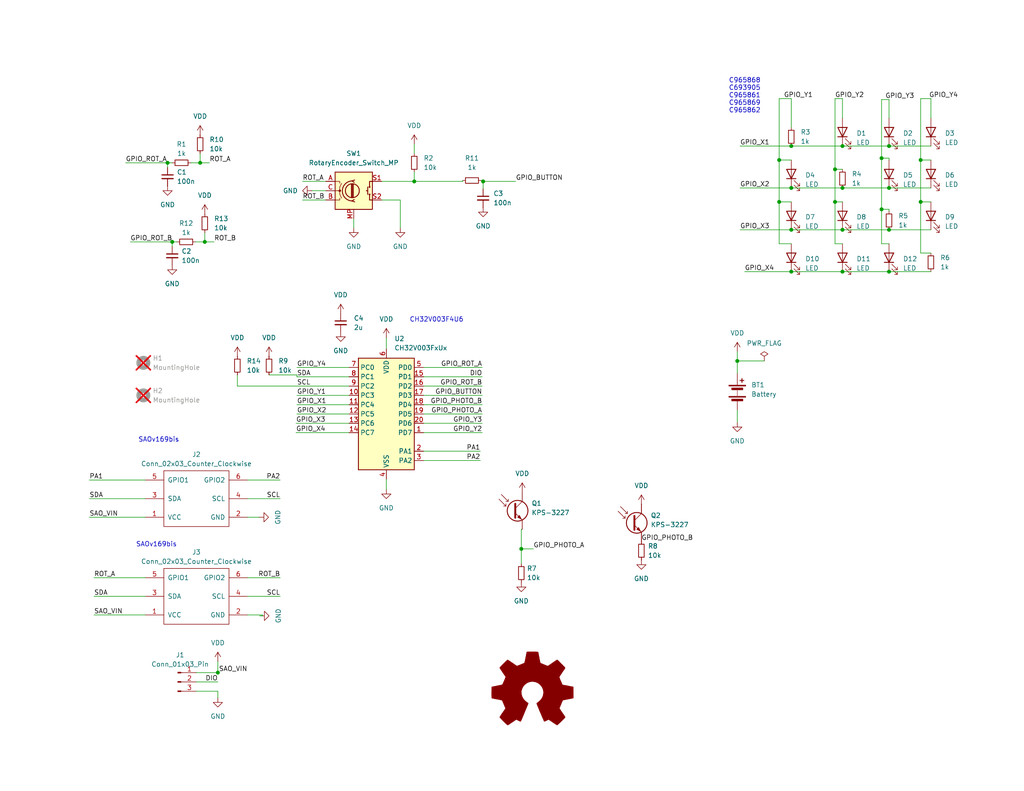
<source format=kicad_sch>
(kicad_sch (version 20231120) (generator "eeschema") (generator_version "8.0")
  (paper "USLetter")
  (title_block (date "2025-01-26"))
  (lib_symbols
    (symbol "Connector:Conn_01x03_Pin" (pin_names (offset 1.016) hide)
      (property "Reference" "J" (at 0 5.08 0))
      (property "Value" "Conn_01x03_Pin" (at 0 -5.08 0))
      (symbol "Conn_01x03_Pin_1_1"
        (polyline (pts (xy 1.27 -2.54) (xy 0.8636 -2.54)) (stroke (width 0.1524)))
        (polyline (pts (xy 1.27 0) (xy 0.8636 0)) (stroke (width 0.1524)))
        (polyline (pts (xy 1.27 2.54) (xy 0.8636 2.54)) (stroke (width 0.1524)))
        (rectangle (start 0.8636 -2.413) (end 0 -2.667) (stroke (width 0.1524)) (fill (type outline)))
        (rectangle (start 0.8636 0.127) (end 0 -0.127) (stroke (width 0.1524)) (fill (type outline)))
        (rectangle (start 0.8636 2.667) (end 0 2.413) (stroke (width 0.1524)) (fill (type outline)))
        (pin passive line (at 5.08 2.54 180) (length 3.81) (name "Pin_1") (number "1"))
        (pin passive line (at 5.08 0 180) (length 3.81) (name "Pin_2") (number "2"))
        (pin passive line (at 5.08 -2.54 180) (length 3.81) (name "Pin_3") (number "3"))
      )
    )
    (symbol "Device:Battery" (pin_numbers hide) (pin_names (offset 0) hide)
      (property "Reference" "BT" (at 2.54 2.54 0))
      (property "Value" "Battery" (at 2.54 0 0))
      (symbol "Battery_0_1"
        (rectangle (start -2.286 -1.27) (end 2.286 -1.524) (fill (type outline)))
        (rectangle (start -2.286 1.778) (end 2.286 1.524) (fill (type outline)))
        (rectangle (start -1.524 -2.032) (end 1.524 -2.54) (fill (type outline)))
        (rectangle (start -1.524 1.016) (end 1.524 0.508) (fill (type outline)))
        (polyline (pts (xy 0 -1.016) (xy 0 -0.762)))
        (polyline (pts (xy 0 -0.508) (xy 0 -0.254)))
        (polyline (pts (xy 0 0) (xy 0 0.254)))
        (polyline (pts (xy 0 1.778) (xy 0 2.54)))
        (polyline (pts (xy 0.762 3.048) (xy 1.778 3.048)) (stroke (width 0.254)))
        (polyline (pts (xy 1.27 3.556) (xy 1.27 2.54)) (stroke (width 0.254)))
      )
      (symbol "Battery_1_1"
        (pin passive line (at 0 5.08 270) (length 2.54) (name "+") (number "1"))
        (pin passive line (at 0 -5.08 90) (length 2.54) (name "-") (number "2"))
      )
    )
    (symbol "Device:C_Small" (pin_numbers hide) (pin_names (offset 0.254) hide)
      (property "Reference" "C" (at 0.254 1.778 0))
      (property "Value" "C_Small" (at 0.254 -2.032 0))
      (symbol "C_Small_0_1"
        (polyline (pts (xy -1.524 -0.508) (xy 1.524 -0.508)) (stroke (width 0.3302)))
        (polyline (pts (xy -1.524 0.508) (xy 1.524 0.508)) (stroke (width 0.3048)))
      )
      (symbol "C_Small_1_1"
        (pin passive line (at 0 2.54 270) (length 2.032) (name "~") (number "1"))
        (pin passive line (at 0 -2.54 90) (length 2.032) (name "~") (number "2"))
      )
    )
    (symbol "Device:LED" (pin_numbers hide) (pin_names (offset 1.016) hide)
      (property "Reference" "D" (at 0 2.54 0))
      (property "Value" "LED" (at 0 -2.54 0))
      (symbol "LED_0_1"
        (polyline (pts (xy -1.27 -1.27) (xy -1.27 1.27)) (stroke (width 0.254)))
        (polyline (pts (xy -1.27 0) (xy 1.27 0)))
        (polyline (pts (xy 1.27 -1.27) (xy 1.27 1.27) (xy -1.27 0) (xy 1.27 -1.27)) (stroke (width 0.254)))
        (polyline (pts (xy -3.048 -0.762) (xy -4.572 -2.286) (xy -3.81 -2.286) (xy -4.572 -2.286) (xy -4.572 -1.524)))
        (polyline (pts (xy -1.778 -0.762) (xy -3.302 -2.286) (xy -2.54 -2.286) (xy -3.302 -2.286) (xy -3.302 -1.524)))
      )
      (symbol "LED_1_1"
        (pin passive line (at -3.81 0 0) (length 2.54) (name "K") (number "1"))
        (pin passive line (at 3.81 0 180) (length 2.54) (name "A") (number "2"))
      )
    )
    (symbol "Device:R_Small" (pin_numbers hide) (pin_names (offset 0.254) hide)
      (property "Reference" "R" (at 0.762 0.508 0))
      (property "Value" "R_Small" (at 0.762 -1.016 0))
      (symbol "R_Small_0_1"
        (rectangle (start -0.762 1.778) (end 0.762 -1.778) (stroke (width 0.2032)))
      )
      (symbol "R_Small_1_1"
        (pin passive line (at 0 2.54 270) (length 0.762) (name "~") (number "1"))
        (pin passive line (at 0 -2.54 90) (length 0.762) (name "~") (number "2"))
      )
    )
    (symbol "Device:RotaryEncoder_Switch_MP" (pin_names (offset 0.254) hide)
      (property "Reference" "SW" (at 0 8.89 0))
      (property "Value" "RotaryEncoder_Switch_MP" (at 0 6.35 0))
      (symbol "RotaryEncoder_Switch_MP_0_1"
        (rectangle (start -5.08 5.08) (end 5.08 -5.08) (stroke (width 0.254)) (fill (type background)))
        (circle (center -3.81 0) (radius 0.254) (fill (type outline)))
        (circle (center -0.381 0) (radius 1.905) (stroke (width 0.254)))
        (arc (start -0.381 2.667) (mid -3.0988 -0.0635) (end -0.381 -2.794) (stroke (width 0.254)))
        (polyline (pts (xy -0.635 -1.778) (xy -0.635 1.778)) (stroke (width 0.254)))
        (polyline (pts (xy -0.381 -1.778) (xy -0.381 1.778)) (stroke (width 0.254)))
        (polyline (pts (xy -0.127 1.778) (xy -0.127 -1.778)) (stroke (width 0.254)))
        (polyline (pts (xy 3.81 0) (xy 3.429 0)) (stroke (width 0.254)))
        (polyline (pts (xy 3.81 1.016) (xy 3.81 -1.016)) (stroke (width 0.254)))
        (polyline (pts (xy -5.08 -2.54) (xy -3.81 -2.54) (xy -3.81 -2.032)))
        (polyline (pts (xy -5.08 2.54) (xy -3.81 2.54) (xy -3.81 2.032)))
        (polyline (pts (xy 0.254 -3.048) (xy -0.508 -2.794) (xy 0.127 -2.413)) (stroke (width 0.254)))
        (polyline (pts (xy 0.254 2.921) (xy -0.508 2.667) (xy 0.127 2.286)) (stroke (width 0.254)))
        (polyline (pts (xy 5.08 -2.54) (xy 4.318 -2.54) (xy 4.318 -1.016)) (stroke (width 0.254)))
        (polyline (pts (xy 5.08 2.54) (xy 4.318 2.54) (xy 4.318 1.016)) (stroke (width 0.254)))
        (polyline (pts (xy -5.08 0) (xy -3.81 0) (xy -3.81 -1.016) (xy -3.302 -2.032)))
        (polyline (pts (xy -4.318 0) (xy -3.81 0) (xy -3.81 1.016) (xy -3.302 2.032)))
        (circle (center 4.318 -1.016) (radius 0.127) (stroke (width 0.254)))
        (circle (center 4.318 1.016) (radius 0.127) (stroke (width 0.254)))
      )
      (symbol "RotaryEncoder_Switch_MP_1_1"
        (pin passive line (at -7.62 2.54 0) (length 2.54) (name "A") (number "A"))
        (pin passive line (at -7.62 -2.54 0) (length 2.54) (name "B") (number "B"))
        (pin passive line (at -7.62 0 0) (length 2.54) (name "C") (number "C"))
        (pin passive line (at 0 -7.62 90) (length 2.54) (name "MP") (number "MP"))
        (pin passive line (at 7.62 2.54 180) (length 2.54) (name "S1") (number "S1"))
        (pin passive line (at 7.62 -2.54 180) (length 2.54) (name "S2") (number "S2"))
      )
    )
    (symbol "Graphic:Logo_Open_Hardware_Large" (in_bom no) (on_board no)
      (symbol "Logo_Open_Hardware_Large_1_1"
        (polyline (pts (xy 6.731 -8.7122) (xy 6.6294 -8.6614) (xy 6.35 -8.4836) (xy 5.9944 -8.255) (xy 5.5372 -7.9502) (xy 5.1054 -7.6454) (xy 4.7498 -7.4168) (xy 4.4958 -7.239) (xy 4.3942 -7.1882) (xy 4.318 -7.2136) (xy 4.1148 -7.3152) (xy 3.81 -7.4676) (xy 3.6322 -7.5692) (xy 3.3528 -7.6708) (xy 3.2258 -7.6962) (xy 3.2004 -7.6708) (xy 3.0988 -7.4676) (xy 2.9464 -7.0866) (xy 2.7178 -6.604) (xy 2.4892 -6.0452) (xy 2.2352 -5.4356) (xy 1.9558 -4.826) (xy 1.7272 -4.2164) (xy 1.4986 -3.683) (xy 1.3208 -3.2512) (xy 1.2192 -2.9464) (xy 1.1684 -2.8194) (xy 1.1938 -2.794) (xy 1.3208 -2.667) (xy 1.5748 -2.4892) (xy 2.0828 -2.0574) (xy 2.6162 -1.397) (xy 2.921 -0.6604) (xy 3.048 0.1524) (xy 2.9464 0.9144) (xy 2.6416 1.6256) (xy 2.1336 2.286) (xy 1.524 2.7686) (xy 0.8128 3.0734) (xy 0 3.175) (xy -0.762 3.0988) (xy -1.4986 2.794) (xy -2.159 2.286) (xy -2.4384 1.9812) (xy -2.8194 1.3208) (xy -3.048 0.6096) (xy -3.0734 0.4318) (xy -3.0226 -0.3556) (xy -2.794 -1.0922) (xy -2.3876 -1.7526) (xy -1.8288 -2.3114) (xy -1.7526 -2.3622) (xy -1.4732 -2.5654) (xy -1.2954 -2.6924) (xy -1.1684 -2.8194) (xy -2.159 -5.207) (xy -2.3114 -5.588) (xy -2.5908 -6.2484) (xy -2.8194 -6.8072) (xy -3.0226 -7.2644) (xy -3.1496 -7.5692) (xy -3.2258 -7.6708) (xy -3.2258 -7.6962) (xy -3.302 -7.6962) (xy -3.4798 -7.6454) (xy -3.8354 -7.4676) (xy -4.0386 -7.366) (xy -4.2926 -7.239) (xy -4.4196 -7.1882) (xy -4.5212 -7.239) (xy -4.7498 -7.3914) (xy -5.1054 -7.6454) (xy -5.5372 -7.9248) (xy -5.9436 -8.2042) (xy -6.3246 -8.4582) (xy -6.604 -8.636) (xy -6.731 -8.7122) (xy -6.7564 -8.7122) (xy -6.858 -8.636) (xy -7.0866 -8.4582) (xy -7.4168 -8.1534) (xy -7.874 -7.6962) (xy -7.9502 -7.62) (xy -8.3312 -7.239) (xy -8.636 -6.9088) (xy -8.8392 -6.6802) (xy -8.9154 -6.5786) (xy -8.9154 -6.5786) (xy -8.8392 -6.4516) (xy -8.6614 -6.1722) (xy -8.4328 -5.7912) (xy -8.128 -5.3594) (xy -7.3152 -4.191) (xy -7.7724 -3.0988) (xy -7.8994 -2.7686) (xy -8.0772 -2.3622) (xy -8.2042 -2.0828) (xy -8.255 -1.9558) (xy -8.382 -1.905) (xy -8.6614 -1.8542) (xy -9.0932 -1.7526) (xy -9.6266 -1.651) (xy -10.1092 -1.5748) (xy -10.541 -1.4732) (xy -10.8712 -1.4224) (xy -11.0236 -1.397) (xy -11.049 -1.3716) (xy -11.0744 -1.2954) (xy -11.0998 -1.143) (xy -11.0998 -0.889) (xy -11.1252 -0.4572) (xy -11.1252 0.1524) (xy -11.1252 0.2286) (xy -11.0998 0.8128) (xy -11.0998 1.27) (xy -11.0744 1.5494) (xy -11.0744 1.6764) (xy -11.0744 1.6764) (xy -10.922 1.7018) (xy -10.6172 1.778) (xy -10.16 1.8542) (xy -9.652 1.9558) (xy -9.6012 1.9812) (xy -9.0932 2.0828) (xy -8.636 2.159) (xy -8.3312 2.2352) (xy -8.2042 2.286) (xy -8.1788 2.3114) (xy -8.0772 2.5146) (xy -7.9248 2.8448) (xy -7.747 3.2512) (xy -7.5692 3.6576) (xy -7.4168 4.0386) (xy -7.3152 4.318) (xy -7.2898 4.445) (xy -7.2898 4.445) (xy -7.366 4.572) (xy -7.5438 4.826) (xy -7.7978 5.207) (xy -8.128 5.6642) (xy -8.128 5.6896) (xy -8.4328 6.1468) (xy -8.6868 6.5278) (xy -8.8392 6.7818) (xy -8.9154 6.9088) (xy -8.9154 6.9088) (xy -8.8138 7.0358) (xy -8.5852 7.2898) (xy -8.255 7.6454) (xy -7.874 8.0264) (xy -7.747 8.1534) (xy -7.3152 8.5852) (xy -7.0104 8.8646) (xy -6.8326 8.9916) (xy -6.731 9.0424) (xy -6.731 9.0424) (xy -6.604 8.9408) (xy -6.3246 8.763) (xy -5.9436 8.509) (xy -5.4864 8.2042) (xy -5.461 8.1788) (xy -5.0038 7.874) (xy -4.6482 7.62) (xy -4.3688 7.4422) (xy -4.2672 7.3914) (xy -4.2418 7.3914) (xy -4.064 7.4422) (xy -3.7338 7.5438) (xy -3.3528 7.6962) (xy -2.9464 7.874) (xy -2.5654 8.0264) (xy -2.286 8.1534) (xy -2.159 8.2296) (xy -2.159 8.2296) (xy -2.1082 8.382) (xy -2.032 8.7122) (xy -1.9304 9.1694) (xy -1.8288 9.7282) (xy -1.8034 9.8044) (xy -1.7018 10.3378) (xy -1.6256 10.7696) (xy -1.5748 11.0744) (xy -1.524 11.2014) (xy -1.4478 11.2268) (xy -1.1938 11.2522) (xy -0.8128 11.2522) (xy -0.3302 11.2522) (xy 0.1524 11.2522) (xy 0.6604 11.2522) (xy 1.0668 11.2268) (xy 1.3716 11.2014) (xy 1.4986 11.176) (xy 1.4986 11.176) (xy 1.5494 11.0236) (xy 1.6256 10.6934) (xy 1.7018 10.2108) (xy 1.8288 9.6774) (xy 1.8288 9.5758) (xy 1.9304 9.0424) (xy 2.032 8.6106) (xy 2.0828 8.3058) (xy 2.1336 8.2042) (xy 2.159 8.1788) (xy 2.3876 8.0772) (xy 2.7432 7.9248) (xy 3.175 7.747) (xy 4.191 7.3406) (xy 5.461 8.2042) (xy 5.5626 8.2804) (xy 6.0198 8.5852) (xy 6.3754 8.8392) (xy 6.6294 8.9916) (xy 6.7564 9.0424) (xy 6.7564 9.0424) (xy 6.8834 8.9408) (xy 7.1374 8.7122) (xy 7.4676 8.382) (xy 7.8486 7.9756) (xy 8.1534 7.6962) (xy 8.4836 7.3406) (xy 8.7122 7.112) (xy 8.8392 6.9596) (xy 8.8646 6.858) (xy 8.8646 6.8072) (xy 8.7884 6.6802) (xy 8.6106 6.4008) (xy 8.3312 6.0198) (xy 8.0264 5.588) (xy 7.7978 5.207) (xy 7.5184 4.8006) (xy 7.3406 4.4958) (xy 7.2898 4.3434) (xy 7.2898 4.2926) (xy 7.3914 4.0386) (xy 7.5184 3.683) (xy 7.7216 3.2258) (xy 8.1534 2.2352) (xy 8.7884 2.1082) (xy 9.1948 2.0574) (xy 9.7536 1.9304) (xy 10.2616 1.8288) (xy 11.0998 1.6764) (xy 11.1252 -1.3208) (xy 10.9982 -1.3716) (xy 10.8712 -1.397) (xy 10.5664 -1.4732) (xy 10.1346 -1.5494) (xy 9.6266 -1.651) (xy 9.1948 -1.7272) (xy 8.7376 -1.8288) (xy 8.4328 -1.8796) (xy 8.2804 -1.905) (xy 8.255 -1.9558) (xy 8.1534 -2.159) (xy 7.9756 -2.5146) (xy 7.8232 -2.921) (xy 7.6454 -3.3274) (xy 7.493 -3.7338) (xy 7.366 -4.0132) (xy 7.3406 -4.191) (xy 7.3914 -4.2926) (xy 7.5692 -4.5466) (xy 7.7978 -4.9276) (xy 8.1026 -5.3594) (xy 8.4074 -5.7912) (xy 8.6614 -6.1722) (xy 8.8138 -6.4262) (xy 8.89 -6.5532) (xy 8.8646 -6.6548) (xy 8.6868 -6.858) (xy 8.3566 -7.1882) (xy 7.874 -7.6708) (xy 7.7978 -7.747) (xy 7.3914 -8.128) (xy 7.0612 -8.4328) (xy 6.8326 -8.636) (xy 6.731 -8.7122)) (fill (type outline)))
      )
    )
    (symbol "MCU_WCH_CH32V0:CH32V003FxUx"
      (property "Reference" "U" (at -7.62 17.78 0))
      (property "Value" "CH32V003FxUx" (at 7.62 17.78 0))
      (symbol "CH32V003FxUx_1_1"
        (rectangle (start -7.62 15.24) (end 7.62 -15.24) (stroke (width 0.254)) (fill (type background)))
        (pin bidirectional line (at 10.16 -5.08 180) (length 2.54) (name "PD7") (number "1"))
        (pin bidirectional line (at -10.16 5.08 0) (length 2.54) (name "PC3") (number "10"))
        (pin bidirectional line (at -10.16 2.54 0) (length 2.54) (name "PC4") (number "11"))
        (pin bidirectional line (at -10.16 0 0) (length 2.54) (name "PC5") (number "12"))
        (pin bidirectional line (at -10.16 -2.54 0) (length 2.54) (name "PC6") (number "13"))
        (pin bidirectional line (at -10.16 -5.08 0) (length 2.54) (name "PC7") (number "14"))
        (pin bidirectional line (at 10.16 10.16 180) (length 2.54) (name "PD1") (number "15"))
        (pin bidirectional line (at 10.16 7.62 180) (length 2.54) (name "PD2") (number "16"))
        (pin bidirectional line (at 10.16 5.08 180) (length 2.54) (name "PD3") (number "17"))
        (pin bidirectional line (at 10.16 2.54 180) (length 2.54) (name "PD4") (number "18"))
        (pin bidirectional line (at 10.16 0 180) (length 2.54) (name "PD5") (number "19"))
        (pin bidirectional line (at 10.16 -10.16 180) (length 2.54) (name "PA1") (number "2"))
        (pin bidirectional line (at 10.16 -2.54 180) (length 2.54) (name "PD6") (number "20"))
        (pin passive line (at 0 -17.78 90) (length 2.54) hide (name "VSS") (number "21"))
        (pin bidirectional line (at 10.16 -12.7 180) (length 2.54) (name "PA2") (number "3"))
        (pin power_in line (at 0 -17.78 90) (length 2.54) (name "VSS") (number "4"))
        (pin bidirectional line (at 10.16 12.7 180) (length 2.54) (name "PD0") (number "5"))
        (pin power_in line (at 0 17.78 270) (length 2.54) (name "VDD") (number "6"))
        (pin bidirectional line (at -10.16 12.7 0) (length 2.54) (name "PC0") (number "7"))
        (pin bidirectional line (at -10.16 10.16 0) (length 2.54) (name "PC1") (number "8"))
        (pin bidirectional line (at -10.16 7.62 0) (length 2.54) (name "PC2") (number "9"))
      )
    )
    (symbol "Mechanical:MountingHole" (pin_names (offset 1.016))
      (property "Reference" "H" (at 0 5.08 0))
      (property "Value" "MountingHole" (at 0 3.175 0))
      (symbol "MountingHole_0_1"
        (circle (center 0 0) (radius 1.27) (stroke (width 1.27)))
      )
    )
    (symbol "Sensor_Optical:KPS-3227" (pin_numbers hide)
      (property "Reference" "Q" (at 3.81 1.27 0))
      (property "Value" "KPS-3227" (at 7.62 -1.27 0))
      (symbol "KPS-3227_1_1"
        (circle (center -1.27 0) (radius 2.8194) (stroke (width 0.254)))
        (polyline (pts (xy -4.445 1.27) (xy -5.08 1.27)))
        (polyline (pts (xy -3.81 2.54) (xy -4.445 2.54)))
        (polyline (pts (xy -1.905 0.635) (xy 0 2.54)))
        (polyline (pts (xy -6.35 3.175) (xy -4.445 1.27) (xy -4.445 1.905)))
        (polyline (pts (xy -5.715 4.445) (xy -3.81 2.54) (xy -3.81 3.175)))
        (polyline (pts (xy -1.905 -0.635) (xy 0 -2.54) (xy 0 -2.54)))
        (polyline (pts (xy -1.905 1.905) (xy -1.905 -1.905) (xy -1.905 -1.905)) (stroke (width 0.508)))
        (polyline (pts (xy -1.27 -1.778) (xy -0.762 -1.27) (xy -0.254 -2.286) (xy -1.27 -1.778) (xy -1.27 -1.778)) (fill (type outline)))
        (pin passive line (at 0 5.08 270) (length 2.54) (name "~") (number "1"))
        (pin passive line (at 0 -5.08 90) (length 2.54) (name "~") (number "2"))
        (pin passive line (at 0 5.08 270) (length 2.54) hide (name "~") (number "3"))
        (pin passive line (at 0 -5.08 90) (length 2.54) hide (name "~") (number "4"))
      )
    )
    (symbol "Simple_Addon_v2:Simple_Addon_v2" (pin_names (offset 1.016))
      (property "Reference" "X" (at 0 0 0))
      (property "Value" "Simple_Addon_v2" (at 0 20.32 0))
      (symbol "Simple_Addon_v2_0_1"
        (rectangle (start -7.62 8.89) (end 7.62 -8.89))
      )
      (symbol "Simple_Addon_v2_1_1"
        (pin input line (at -5.08 13.97 270) (length 5.08) (name "VCC") (number "1"))
        (pin input line (at -5.08 -13.97 90) (length 5.08) (name "GND") (number "2"))
        (pin input line (at 0 13.97 270) (length 5.08) (name "SDA") (number "3"))
        (pin input line (at 0 -13.97 90) (length 5.08) (name "SCL") (number "4"))
        (pin input line (at 5.08 13.97 270) (length 5.08) (name "GPIO1") (number "5"))
        (pin input line (at 5.08 -13.97 90) (length 5.08) (name "GPIO2") (number "6"))
      )
    )
    (symbol "power:GND" (power) (pin_numbers hide) (pin_names (offset 0) hide)
      (property "Value" "GND" (at 0 -3.81 0))
      (symbol "GND_0_1"
        (polyline (pts (xy 0 0) (xy 0 -1.27) (xy 1.27 -1.27) (xy 0 -2.54) (xy -1.27 -1.27) (xy 0 -1.27)))
      )
      (symbol "GND_1_1"
        (pin power_in line (at 0 0 270) (length 0) (name "~") (number "1"))
      )
    )
    (symbol "power:PWR_FLAG" (power) (pin_numbers hide) (pin_names (offset 0) hide)
      (property "Value" "PWR_FLAG" (at 0 3.81 0))
      (symbol "PWR_FLAG_0_0"
        (pin power_out line (at 0 0 90) (length 0) (name "~") (number "1"))
      )
      (symbol "PWR_FLAG_0_1"
        (polyline (pts (xy 0 0) (xy 0 1.27) (xy -1.016 1.905) (xy 0 2.54) (xy 1.016 1.905) (xy 0 1.27)))
      )
    )
    (symbol "power:VDD" (power) (pin_numbers hide) (pin_names (offset 0) hide)
      (property "Value" "VDD" (at 0 3.556 0))
      (symbol "VDD_0_1"
        (polyline (pts (xy -0.762 1.27) (xy 0 2.54)))
        (polyline (pts (xy 0 0) (xy 0 2.54)))
        (polyline (pts (xy 0 2.54) (xy 0.762 1.27)))
      )
      (symbol "VDD_1_1"
        (pin power_in line (at 0 0 90) (length 0) (name "~") (number "1"))
      )
    )
  )
  (junction (at 215.9 74.168))
  (junction (at 229.87 62.738))
  (junction (at 240.538 43.18))
  (junction (at 242.57 51.308))
  (junction (at 229.87 39.878))
  (junction (at 212.598 55.118))
  (junction (at 242.57 62.738))
  (junction (at 227.838 55.118))
  (junction (at 242.57 39.878))
  (junction (at 242.57 74.168))
  (junction (at 215.9 62.738))
  (junction (at 46.99 66.04))
  (junction (at 251.206 55.118))
  (junction (at 229.87 51.308))
  (junction (at 55.88 66.04))
  (junction (at 142.24 149.86))
  (junction (at 131.826 49.53))
  (junction (at 54.61 44.45))
  (junction (at 45.72 44.45))
  (junction (at 229.87 74.168))
  (junction (at 113.03 49.53))
  (junction (at 215.9 51.308))
  (junction (at 212.598 43.688))
  (junction (at 215.9 39.878))
  (junction (at 251.206 43.688))
  (junction (at 240.538 57.15))
  (junction (at 59.436 183.642))
  (junction (at 227.838 46.228))
  (junction (at 201.168 98.552))
  (wire (pts (xy 131.318 49.276) (xy 131.826 49.276)))
  (wire (pts (xy 95.25 100.33) (xy 81.026 100.33)))
  (wire (pts (xy 115.57 102.87) (xy 131.572 102.87)))
  (wire (pts (xy 67.564 136.144) (xy 76.454 136.144)))
  (wire (pts (xy 59.436 188.722) (xy 59.436 190.5)))
  (wire (pts (xy 251.206 55.118) (xy 251.206 43.688)))
  (wire (pts (xy 113.03 49.53) (xy 113.03 46.99)))
  (wire (pts (xy 227.838 66.548) (xy 227.838 55.118)))
  (wire (pts (xy 95.25 107.95) (xy 81.026 107.95)))
  (wire (pts (xy 131.826 49.276) (xy 131.826 49.53)))
  (wire (pts (xy 212.598 55.118) (xy 212.598 43.688)))
  (wire (pts (xy 215.9 62.738) (xy 229.87 62.738)))
  (wire (pts (xy 131.572 113.03) (xy 115.57 113.03)))
  (wire (pts (xy 229.87 74.168) (xy 242.57 74.168)))
  (wire (pts (xy 215.9 55.118) (xy 212.598 55.118)))
  (wire (pts (xy 113.03 49.53) (xy 126.238 49.53)))
  (wire (pts (xy 215.9 51.308) (xy 229.87 51.308)))
  (wire (pts (xy 215.9 39.878) (xy 229.87 39.878)))
  (wire (pts (xy 215.9 66.548) (xy 212.598 66.548)))
  (wire (pts (xy 201.168 115.316) (xy 201.168 112.014)))
  (wire (pts (xy 240.538 27.178) (xy 242.57 27.178)))
  (wire (pts (xy 67.564 141.224) (xy 70.739 141.224)))
  (wire (pts (xy 240.538 57.15) (xy 240.538 43.18)))
  (wire (pts (xy 71.628 168.148) (xy 71.628 167.894)))
  (wire (pts (xy 34.29 44.45) (xy 45.72 44.45)))
  (wire (pts (xy 215.9 74.168) (xy 229.87 74.168)))
  (wire (pts (xy 115.57 115.57) (xy 131.572 115.57)))
  (wire (pts (xy 242.57 57.15) (xy 240.538 57.15)))
  (wire (pts (xy 82.55 54.61) (xy 88.9 54.61)))
  (wire (pts (xy 227.838 55.118) (xy 227.838 46.228)))
  (wire (pts (xy 229.87 39.878) (xy 242.57 39.878)))
  (wire (pts (xy 142.24 149.86) (xy 142.24 153.924)))
  (wire (pts (xy 242.57 62.738) (xy 254 62.738)))
  (wire (pts (xy 67.564 162.814) (xy 76.454 162.814)))
  (wire (pts (xy 64.77 105.41) (xy 64.77 102.362)))
  (wire (pts (xy 126.238 49.53) (xy 126.238 49.276)))
  (wire (pts (xy 142.24 144.526) (xy 142.24 149.86)))
  (wire (pts (xy 95.25 118.11) (xy 80.772 118.11)))
  (wire (pts (xy 131.572 100.33) (xy 115.57 100.33)))
  (wire (pts (xy 251.206 43.688) (xy 251.206 26.924)))
  (wire (pts (xy 24.384 131.064) (xy 39.624 131.064)))
  (wire (pts (xy 81.026 102.362) (xy 81.026 102.87)))
  (wire (pts (xy 59.436 183.642) (xy 59.69 183.642)))
  (wire (pts (xy 254 43.688) (xy 251.206 43.688)))
  (wire (pts (xy 212.598 43.688) (xy 212.598 26.924)))
  (wire (pts (xy 212.598 66.548) (xy 212.598 55.118)))
  (wire (pts (xy 104.14 54.61) (xy 109.22 54.61)))
  (wire (pts (xy 95.25 115.57) (xy 80.772 115.57)))
  (wire (pts (xy 95.25 102.87) (xy 81.026 102.87)))
  (wire (pts (xy 240.538 43.18) (xy 240.538 27.178)))
  (wire (pts (xy 104.14 49.53) (xy 113.03 49.53)))
  (wire (pts (xy 131.572 118.11) (xy 115.57 118.11)))
  (wire (pts (xy 227.838 46.228) (xy 227.838 26.924)))
  (wire (pts (xy 201.168 101.854) (xy 201.168 98.552)))
  (wire (pts (xy 95.25 113.03) (xy 81.026 113.03)))
  (wire (pts (xy 115.57 105.41) (xy 131.572 105.41)))
  (wire (pts (xy 59.436 180.594) (xy 59.436 183.642)))
  (wire (pts (xy 242.57 66.548) (xy 240.538 66.548)))
  (wire (pts (xy 229.87 66.548) (xy 227.838 66.548)))
  (wire (pts (xy 59.436 186.182) (xy 53.594 186.182)))
  (wire (pts (xy 85.09 52.07) (xy 88.9 52.07)))
  (wire (pts (xy 67.564 131.064) (xy 76.454 131.064)))
  (wire (pts (xy 73.406 102.362) (xy 81.026 102.362)))
  (wire (pts (xy 254 32.258) (xy 254 26.924)))
  (wire (pts (xy 242.57 74.168) (xy 254 74.168)))
  (wire (pts (xy 67.564 157.734) (xy 76.454 157.734)))
  (wire (pts (xy 53.34 66.04) (xy 55.88 66.04)))
  (wire (pts (xy 227.838 26.924) (xy 229.87 26.924)))
  (wire (pts (xy 242.57 57.658) (xy 242.57 57.15)))
  (wire (pts (xy 201.168 96.012) (xy 201.168 98.552)))
  (wire (pts (xy 57.15 44.45) (xy 54.61 44.45)))
  (wire (pts (xy 45.72 45.72) (xy 45.72 44.45)))
  (wire (pts (xy 25.654 167.894) (xy 39.624 167.894)))
  (wire (pts (xy 215.9 26.924) (xy 215.9 34.798)))
  (wire (pts (xy 113.03 39.37) (xy 113.03 41.91)))
  (wire (pts (xy 71.628 167.894) (xy 67.564 167.894)))
  (wire (pts (xy 242.57 39.878) (xy 254 39.878)))
  (wire (pts (xy 201.168 98.552) (xy 208.534 98.552)))
  (wire (pts (xy 229.87 51.308) (xy 242.57 51.308)))
  (wire (pts (xy 201.93 39.878) (xy 215.9 39.878)))
  (wire (pts (xy 201.93 51.308) (xy 215.9 51.308)))
  (wire (pts (xy 212.598 26.924) (xy 215.9 26.924)))
  (wire (pts (xy 242.57 51.308) (xy 254 51.308)))
  (wire (pts (xy 53.594 188.722) (xy 59.436 188.722)))
  (wire (pts (xy 24.384 136.144) (xy 39.624 136.144)))
  (wire (pts (xy 254 55.118) (xy 251.206 55.118)))
  (wire (pts (xy 242.57 27.178) (xy 242.57 32.258)))
  (wire (pts (xy 251.206 69.088) (xy 251.206 55.118)))
  (wire (pts (xy 140.716 49.53) (xy 131.826 49.53)))
  (wire (pts (xy 46.99 66.04) (xy 48.26 66.04)))
  (wire (pts (xy 64.77 105.41) (xy 95.25 105.41)))
  (wire (pts (xy 24.384 141.224) (xy 39.624 141.224)))
  (wire (pts (xy 242.57 43.688) (xy 242.57 43.18)))
  (wire (pts (xy 105.41 130.81) (xy 105.41 133.604)))
  (wire (pts (xy 251.206 26.924) (xy 254 26.924)))
  (wire (pts (xy 145.542 149.86) (xy 142.24 149.86)))
  (wire (pts (xy 131.572 107.95) (xy 115.57 107.95)))
  (wire (pts (xy 203.2 74.168) (xy 215.9 74.168)))
  (wire (pts (xy 142.24 144.526) (xy 142.494 144.526)))
  (wire (pts (xy 215.9 43.688) (xy 212.598 43.688)))
  (wire (pts (xy 240.538 66.548) (xy 240.538 57.15)))
  (wire (pts (xy 54.61 44.45) (xy 54.61 41.91)))
  (wire (pts (xy 131.826 49.53) (xy 131.826 51.562)))
  (wire (pts (xy 55.88 66.04) (xy 55.88 63.5)))
  (wire (pts (xy 201.93 62.738) (xy 215.9 62.738)))
  (wire (pts (xy 109.22 54.61) (xy 109.22 62.23)))
  (wire (pts (xy 229.87 62.738) (xy 242.57 62.738)))
  (wire (pts (xy 229.87 46.228) (xy 227.838 46.228)))
  (wire (pts (xy 58.42 66.04) (xy 55.88 66.04)))
  (wire (pts (xy 45.72 44.45) (xy 46.99 44.45)))
  (wire (pts (xy 82.55 49.53) (xy 88.9 49.53)))
  (wire (pts (xy 131.064 125.73) (xy 115.57 125.73)))
  (wire (pts (xy 229.87 32.258) (xy 229.87 26.924)))
  (wire (pts (xy 71.628 168.148) (xy 70.866 168.148)))
  (wire (pts (xy 46.99 67.31) (xy 46.99 66.04)))
  (wire (pts (xy 229.87 55.118) (xy 227.838 55.118)))
  (wire (pts (xy 53.594 183.642) (xy 59.436 183.642)))
  (wire (pts (xy 95.25 110.49) (xy 81.026 110.49)))
  (wire (pts (xy 96.52 59.69) (xy 96.52 62.23)))
  (wire (pts (xy 115.57 110.49) (xy 131.572 110.49)))
  (wire (pts (xy 52.07 44.45) (xy 54.61 44.45)))
  (wire (pts (xy 25.654 162.814) (xy 39.624 162.814)))
  (wire (pts (xy 254 69.088) (xy 251.206 69.088)))
  (wire (pts (xy 131.064 123.19) (xy 115.57 123.19)))
  (wire (pts (xy 242.57 43.18) (xy 240.538 43.18)))
  (wire (pts (xy 105.41 92.202) (xy 105.41 95.25)))
  (wire (pts (xy 25.654 157.734) (xy 39.624 157.734)))
  (wire (pts (xy 35.56 66.04) (xy 46.99 66.04)))
  (text "SAOv169bis" (at 37.084 149.479 0) (effects (font (size 1.27 1.27)) (justify left bottom)))
  (text "SAOv169bis" (at 37.719 120.904 0) (effects (font (size 1.27 1.27)) (justify left bottom)))
  (text "C965868\nC693905\nC965861\nC965869\nC965862\n" (at 203.2 26.162 0) (effects (font (size 1.27 1.27))))
  (text "CH32V003F4U6" (at 119.126 87.376 0) (effects (font (size 1.27 1.27))))
  (label "SDA" (at 25.654 162.814 0))
  (label "ROT_A" (at 25.654 157.734 0))
  (label "GPIO_X1" (at 201.93 39.878 0))
  (label "ROT_B" (at 76.454 157.734 180))
  (label "SDA" (at 81.026 102.87 0))
  (label "GPIO_X2" (at 201.93 51.308 0))
  (label "GPIO_Y2" (at 131.572 118.11 180))
  (label "GPIO_X1" (at 81.026 110.49 0))
  (label "PA2" (at 76.454 131.064 180))
  (label "ROT_B" (at 82.55 54.61 0))
  (label "GPIO_X3" (at 80.772 115.57 0))
  (label "SAO_VIN" (at 25.654 167.894 0))
  (label "GPIO_Y1" (at 213.868 26.924 0))
  (label "SCL" (at 76.454 162.814 180))
  (label "PA1" (at 131.064 123.19 180))
  (label "GPIO_Y2" (at 227.838 26.924 0))
  (label "DIO" (at 59.436 186.182 180))
  (label "GPIO_PHOTO_B" (at 131.572 110.49 180))
  (label "GPIO_X4" (at 80.772 118.11 0))
  (label "GPIO_X3" (at 201.93 62.738 0))
  (label "PA1" (at 24.384 131.064 0))
  (label "GPIO_PHOTO_A" (at 131.572 113.03 180))
  (label "GPIO_PHOTO_B" (at 175.006 147.828 0))
  (label "GPIO_ROT_A" (at 131.572 100.33 180))
  (label "GPIO_BUTTON" (at 140.716 49.53 0))
  (label "GPIO_ROT_B" (at 35.56 66.04 0))
  (label "ROT_A" (at 82.55 49.53 0))
  (label "SAO_VIN" (at 59.69 183.642 0))
  (label "GPIO_PHOTO_A" (at 145.542 149.86 0))
  (label "ROT_B" (at 58.42 66.04 0))
  (label "GPIO_Y4" (at 253.492 26.924 0))
  (label "SCL" (at 81.026 105.41 0))
  (label "GPIO_Y1" (at 81.026 107.95 0))
  (label "DIO" (at 131.572 102.87 180))
  (label "GPIO_Y3" (at 241.554 27.178 0))
  (label "GPIO_X4" (at 203.2 74.168 0))
  (label "GPIO_Y4" (at 81.026 100.33 0))
  (label "ROT_A" (at 57.15 44.45 0))
  (label "GPIO_ROT_B" (at 131.572 105.41 180))
  (label "SAO_VIN" (at 24.384 141.224 0))
  (label "GPIO_BUTTON" (at 131.572 107.95 180))
  (label "GPIO_X2" (at 81.026 113.03 0))
  (label "SDA" (at 24.384 136.144 0))
  (label "GPIO_ROT_A" (at 34.29 44.45 0))
  (label "PA2" (at 131.064 125.73 180))
  (label "GPIO_Y3" (at 131.572 115.57 180))
  (label "SCL" (at 76.454 136.144 180))
  (symbol (lib_id "Device:LED") (at 242.57 36.068 90) (unit 1)
    (property "Reference" "D2" (at 246.38 36.3854 90) (effects (justify right)))
    (property "Value" "LED" (at 246.38 38.9254 90) (effects (justify right)))
    (property "Footprint" "LED_SMD:LED_Kingbright_APA1606_1.6x0.6mm_Horizontal" (effects (hide yes)))
    (property "Description" "Light emitting diode" (effects (hide yes)))
  )
  (symbol (lib_id "power:GND") (at 109.22 62.23 0) (unit 1)
    (property "Reference" "#PWR03" (effects (hide yes)))
    (property "Value" "GND" (at 109.22 67.31 0))
    (property "Description" "Power symbol creates a global label with name \"GND\" , ground" (effects (hide yes)))
  )
  (symbol (lib_id "power:GND") (at 46.99 72.39 0) (unit 1)
    (property "Reference" "#PWR06" (effects (hide yes)))
    (property "Value" "GND" (at 46.99 77.47 0))
    (property "Description" "Power symbol creates a global label with name \"GND\" , ground" (effects (hide yes)))
  )
  (symbol (lib_id "Device:R_Small") (at 142.24 156.464 0) (unit 1)
    (property "Reference" "R7" (at 143.764 155.1939 0) (effects (justify left)))
    (property "Value" "10k" (at 143.764 157.7339 0) (effects (justify left)))
    (property "Footprint" "Resistor_SMD:R_0402_1005Metric" (effects (hide yes)))
    (property "Description" "Resistor, small symbol" (effects (hide yes)))
  )
  (symbol (lib_id "power:VDD") (at 64.77 97.282 0) (unit 1)
    (property "Reference" "#PWR025" (effects (hide yes)))
    (property "Value" "VDD" (at 64.77 92.202 0))
    (property "Description" "Power symbol creates a global label with name \"VDD\"" (effects (hide yes)))
  )
  (symbol (lib_id "power:GND") (at 131.826 56.642 0) (unit 1)
    (property "Reference" "#PWR013" (effects (hide yes)))
    (property "Value" "GND" (at 131.826 61.722 0))
    (property "Description" "Power symbol creates a global label with name \"GND\" , ground" (effects (hide yes)))
  )
  (symbol (lib_id "Device:LED") (at 229.87 36.068 90) (unit 1)
    (property "Reference" "D1" (at 233.68 36.3854 90) (effects (justify right)))
    (property "Value" "LED" (at 233.68 38.9254 90) (effects (justify right)))
    (property "Footprint" "LED_SMD:LED_Kingbright_APA1606_1.6x0.6mm_Horizontal" (effects (hide yes)))
    (property "Description" "Light emitting diode" (effects (hide yes)))
  )
  (symbol (lib_id "Device:C_Small") (at 131.826 54.102 0) (unit 1)
    (property "Reference" "C3" (at 134.62 52.8382 0) (effects (justify left)))
    (property "Value" "100n" (at 134.62 55.3782 0) (effects (justify left)))
    (property "Footprint" "Capacitor_SMD:C_0402_1005Metric" (effects (hide yes)))
    (property "Description" "Unpolarized capacitor, small symbol" (effects (hide yes)))
  )
  (symbol (lib_id "Device:R_Small") (at 215.9 37.338 0) (unit 1)
    (property "Reference" "R3" (at 218.44 36.0679 0) (effects (justify left)))
    (property "Value" "1k" (at 218.44 38.6079 0) (effects (justify left)))
    (property "Footprint" "Resistor_SMD:R_0402_1005Metric" (effects (hide yes)))
    (property "Description" "Resistor, small symbol" (effects (hide yes)))
  )
  (symbol (lib_id "Device:LED") (at 229.87 58.928 90) (unit 1)
    (property "Reference" "D8" (at 233.68 59.2454 90) (effects (justify right)))
    (property "Value" "LED" (at 233.68 61.7854 90) (effects (justify right)))
    (property "Footprint" "LED_SMD:LED_Kingbright_APA1606_1.6x0.6mm_Horizontal" (effects (hide yes)))
    (property "Description" "Light emitting diode" (effects (hide yes)))
  )
  (symbol (lib_id "Device:LED") (at 254 58.928 90) (unit 1)
    (property "Reference" "D9" (at 257.81 59.2454 90) (effects (justify right)))
    (property "Value" "LED" (at 257.81 61.7854 90) (effects (justify right)))
    (property "Footprint" "LED_SMD:LED_Kingbright_APA1606_1.6x0.6mm_Horizontal" (effects (hide yes)))
    (property "Description" "Light emitting diode" (effects (hide yes)))
  )
  (symbol (lib_id "power:GND") (at 96.52 62.23 0) (unit 1)
    (property "Reference" "#PWR01" (effects (hide yes)))
    (property "Value" "GND" (at 96.52 67.31 0))
    (property "Description" "Power symbol creates a global label with name \"GND\" , ground" (effects (hide yes)))
  )
  (symbol (lib_id "power:GND") (at 59.436 190.5 0) (unit 1)
    (property "Reference" "#PWR016" (effects (hide yes)))
    (property "Value" "GND" (at 59.436 195.58 0))
    (property "Description" "Power symbol creates a global label with name \"GND\" , ground" (effects (hide yes)))
  )
  (symbol (lib_id "Simple_Addon_v2:Simple_Addon_v2") (at 53.594 136.144 90) (unit 1)
    (property "Reference" "J2" (at 53.594 124.079 90))
    (property "Value" "Conn_02x03_Counter_Clockwise" (at 53.594 126.619 90))
    (property "Footprint" "Simple_Addon_v2:Simple_Addon_v2-BADGE-2x3" (effects (hide yes)))
    (property "LCSC" "C92272" (effects (hide yes)))
  )
  (symbol (lib_id "Mechanical:MountingHole") (at 39.116 99.06 0) (unit 1) (dnp yes)
    (property "Reference" "H1" (at 41.656 97.7899 0) (effects (justify left)))
    (property "Value" "MountingHole" (at 41.656 100.3299 0) (effects (justify left)))
    (property "Footprint" "Badge:MountingHole_4.3mm_M4_11mm_slot" (effects (hide yes)))
    (property "Description" "Mounting Hole without connection" (effects (hide yes)))
  )
  (symbol (lib_id "Device:LED") (at 215.9 58.928 90) (unit 1)
    (property "Reference" "D7" (at 219.71 59.2454 90) (effects (justify right)))
    (property "Value" "LED" (at 219.71 61.7854 90) (effects (justify right)))
    (property "Footprint" "LED_SMD:LED_Kingbright_APA1606_1.6x0.6mm_Horizontal" (effects (hide yes)))
    (property "Description" "Light emitting diode" (effects (hide yes)))
  )
  (symbol (lib_id "power:GND") (at 45.72 50.8 0) (unit 1)
    (property "Reference" "#PWR05" (effects (hide yes)))
    (property "Value" "GND" (at 45.72 55.88 0))
    (property "Description" "Power symbol creates a global label with name \"GND\" , ground" (effects (hide yes)))
  )
  (symbol (lib_id "Device:LED") (at 215.9 47.498 90) (unit 1)
    (property "Reference" "D4" (at 219.71 47.8154 90) (effects (justify right)))
    (property "Value" "LED" (at 219.71 50.3554 90) (effects (justify right)))
    (property "Footprint" "LED_SMD:LED_Kingbright_APA1606_1.6x0.6mm_Horizontal" (effects (hide yes)))
    (property "Description" "Light emitting diode" (effects (hide yes)))
  )
  (symbol (lib_id "Device:R_Small") (at 64.77 99.822 0) (unit 1)
    (property "Reference" "R14" (at 67.31 98.5519 0) (effects (justify left)))
    (property "Value" "10k" (at 67.31 101.0919 0) (effects (justify left)))
    (property "Footprint" "Resistor_SMD:R_0402_1005Metric" (effects (hide yes)))
    (property "Description" "Resistor, small symbol" (effects (hide yes)))
  )
  (symbol (lib_id "power:GND") (at 70.739 141.224 90) (unit 1)
    (property "Reference" "#PWR018" (effects (hide yes)))
    (property "Value" "GND" (at 75.819 141.224 0))
  )
  (symbol (lib_id "Device:R_Small") (at 242.57 60.198 0) (unit 1)
    (property "Reference" "R5" (at 245.11 58.9279 0) (effects (justify left)))
    (property "Value" "1k" (at 245.11 61.4679 0) (effects (justify left)))
    (property "Footprint" "Resistor_SMD:R_0402_1005Metric" (effects (hide yes)))
    (property "Description" "Resistor, small symbol" (effects (hide yes)))
  )
  (symbol (lib_id "power:VDD") (at 92.964 85.598 0) (unit 1)
    (property "Reference" "#PWR023" (effects (hide yes)))
    (property "Value" "VDD" (at 92.964 80.518 0))
    (property "Description" "Power symbol creates a global label with name \"VDD\"" (effects (hide yes)))
  )
  (symbol (lib_id "Device:C_Small") (at 46.99 69.85 0) (unit 1)
    (property "Reference" "C2" (at 49.53 68.5862 0) (effects (justify left)))
    (property "Value" "100n" (at 49.53 71.1262 0) (effects (justify left)))
    (property "Footprint" "Capacitor_SMD:C_0402_1005Metric" (effects (hide yes)))
    (property "Description" "Unpolarized capacitor, small symbol" (effects (hide yes)))
  )
  (symbol (lib_id "power:VDD") (at 142.494 134.366 0) (unit 1)
    (property "Reference" "#PWR014" (effects (hide yes)))
    (property "Value" "VDD" (at 142.494 129.286 0))
    (property "Description" "Power symbol creates a global label with name \"VDD\"" (effects (hide yes)))
  )
  (symbol (lib_id "Sensor_Optical:KPS-3227") (at 175.006 142.748 0) (unit 1)
    (property "Reference" "Q2" (at 177.546 140.7286 0) (effects (justify left)))
    (property "Value" "KPS-3227" (at 177.546 143.2686 0) (effects (justify left)))
    (property "Footprint" "OptoDevice:Kingbright_KPS-3227" (effects (hide yes)))
    (property "Datasheet" "https://www.kingbright.com/attachments/file/psearch/000/00/00/KPS-3227SP1C(Ver.16).pdf" (effects (hide yes)))
    (property "Description" "Ambient light NPN phototransistor, KPS-3227" (effects (hide yes)))
  )
  (symbol (lib_id "Device:R_Small") (at 128.778 49.276 90) (unit 1)
    (property "Reference" "R11" (at 128.778 43.18 90))
    (property "Value" "1k" (at 128.778 45.72 90))
    (property "Footprint" "Resistor_SMD:R_0402_1005Metric" (effects (hide yes)))
    (property "Description" "Resistor, small symbol" (effects (hide yes)))
  )
  (symbol (lib_id "Device:R_Small") (at 229.87 48.768 0) (unit 1)
    (property "Reference" "R4" (at 232.41 47.4979 0) (effects (justify left)))
    (property "Value" "1k" (at 232.41 50.0379 0) (effects (justify left)))
    (property "Footprint" "Resistor_SMD:R_0402_1005Metric" (effects (hide yes)))
    (property "Description" "Resistor, small symbol" (effects (hide yes)))
  )
  (symbol (lib_id "Sensor_Optical:KPS-3227") (at 142.494 139.446 0) (unit 1)
    (property "Reference" "Q1" (at 145.034 137.4266 0) (effects (justify left)))
    (property "Value" "KPS-3227" (at 145.034 139.9666 0) (effects (justify left)))
    (property "Footprint" "OptoDevice:Kingbright_KPS-3227" (effects (hide yes)))
    (property "Datasheet" "https://www.kingbright.com/attachments/file/psearch/000/00/00/KPS-3227SP1C(Ver.16).pdf" (effects (hide yes)))
    (property "Description" "Ambient light NPN phototransistor, KPS-3227" (effects (hide yes)))
  )
  (symbol (lib_id "power:GND") (at 85.09 52.07 270) (unit 1)
    (property "Reference" "#PWR02" (effects (hide yes)))
    (property "Value" "GND" (at 81.28 52.0699 90) (effects (justify right)))
    (property "Description" "Power symbol creates a global label with name \"GND\" , ground" (effects (hide yes)))
  )
  (symbol (lib_id "Device:LED") (at 254 36.068 90) (unit 1)
    (property "Reference" "D3" (at 257.81 36.3854 90) (effects (justify right)))
    (property "Value" "LED" (at 257.81 38.9254 90) (effects (justify right)))
    (property "Footprint" "LED_SMD:LED_Kingbright_APA1606_1.6x0.6mm_Horizontal" (effects (hide yes)))
    (property "Description" "Light emitting diode" (effects (hide yes)))
  )
  (symbol (lib_id "power:VDD") (at 105.41 92.202 0) (unit 1)
    (property "Reference" "#PWR011" (effects (hide yes)))
    (property "Value" "VDD" (at 105.41 87.122 0))
    (property "Description" "Power symbol creates a global label with name \"VDD\"" (effects (hide yes)))
  )
  (symbol (lib_id "power:VDD") (at 54.61 36.83 0) (unit 1)
    (property "Reference" "#PWR07" (effects (hide yes)))
    (property "Value" "VDD" (at 54.61 31.75 0))
    (property "Description" "Power symbol creates a global label with name \"VDD\"" (effects (hide yes)))
  )
  (symbol (lib_id "power:GND") (at 175.006 152.908 0) (unit 1)
    (property "Reference" "#PWR04" (effects (hide yes)))
    (property "Value" "GND" (at 175.006 157.988 0))
    (property "Description" "Power symbol creates a global label with name \"GND\" , ground" (effects (hide yes)))
  )
  (symbol (lib_id "MCU_WCH_CH32V0:CH32V003FxUx") (at 105.41 113.03 0) (unit 1)
    (property "Reference" "U2" (at 107.6041 92.456 0) (effects (justify left)))
    (property "Value" "CH32V003FxUx" (at 107.6041 94.996 0) (effects (justify left)))
    (property "Footprint" "Package_DFN_QFN:QFN-20-1EP_3x3mm_P0.4mm_EP1.65x1.65mm" (effects (hide yes)))
    (property "Datasheet" "https://www.wch-ic.com/products/CH32V003.html" (effects (hide yes)))
    (property "Description" "CH32V003 series are industrial-grade general-purpose microcontrollers designed based on 32-bit RISC-V instruction set and architecture. It adopts QingKe V2A core, RV32EC instruction set, and supports 2 levels of interrupt nesting. The series are mounted with rich peripheral interfaces and function modules. Its internal organizational structure meets the low-cost and low-power embedded application scenarios." (effects (hide yes)))
    (property "LCSC" "C5299908" (effects (hide yes)))
  )
  (symbol (lib_id "Graphic:Logo_Open_Hardware_Large") (at 145.288 189.23 0) (unit 1) (exclude_from_sim yes) (in_bom no) (on_board no)
    (property "Reference" "#SYM1" (effects (hide yes)))
    (property "Value" "Logo_Open_Hardware_Large" (effects (hide yes)))
    (property "Description" "Open Hardware logo, large" (effects (hide yes)))
  )
  (symbol (lib_id "Device:LED") (at 242.57 47.498 90) (unit 1)
    (property "Reference" "D5" (at 246.3666 47.8154 90) (effects (justify right)))
    (property "Value" "LED" (at 246.3666 50.3554 90) (effects (justify right)))
    (property "Footprint" "LED_SMD:LED_Kingbright_APA1606_1.6x0.6mm_Horizontal" (effects (hide yes)))
    (property "Description" "Light emitting diode" (effects (hide yes)))
  )
  (symbol (lib_id "power:GND") (at 142.24 159.004 0) (unit 1)
    (property "Reference" "#PWR010" (effects (hide yes)))
    (property "Value" "GND" (at 142.24 164.084 0))
    (property "Description" "Power symbol creates a global label with name \"GND\" , ground" (effects (hide yes)))
  )
  (symbol (lib_id "power:GND") (at 92.964 90.678 0) (unit 1)
    (property "Reference" "#PWR020" (effects (hide yes)))
    (property "Value" "GND" (at 92.964 95.758 0))
    (property "Description" "Power symbol creates a global label with name \"GND\" , ground" (effects (hide yes)))
  )
  (symbol (lib_id "power:VDD") (at 113.03 39.37 0) (unit 1)
    (property "Reference" "#PWR09" (effects (hide yes)))
    (property "Value" "VDD" (at 113.03 34.29 0))
    (property "Description" "Power symbol creates a global label with name \"VDD\"" (effects (hide yes)))
  )
  (symbol (lib_id "power:PWR_FLAG") (at 208.534 98.552 0) (unit 1)
    (property "Reference" "#FLG01" (effects (hide yes)))
    (property "Value" "PWR_FLAG" (at 208.534 93.726 0))
    (property "Description" "Special symbol for telling ERC where power comes from" (effects (hide yes)))
  )
  (symbol (lib_id "power:VDD") (at 55.88 58.42 0) (unit 1)
    (property "Reference" "#PWR08" (effects (hide yes)))
    (property "Value" "VDD" (at 55.88 53.34 0))
    (property "Description" "Power symbol creates a global label with name \"VDD\"" (effects (hide yes)))
  )
  (symbol (lib_id "power:VDD") (at 201.168 96.012 0) (unit 1)
    (property "Reference" "#PWR022" (effects (hide yes)))
    (property "Value" "VDD" (at 201.168 90.932 0))
    (property "Description" "Power symbol creates a global label with name \"VDD\"" (effects (hide yes)))
  )
  (symbol (lib_id "Device:R_Small") (at 55.88 60.96 0) (unit 1)
    (property "Reference" "R13" (at 58.42 59.6899 0) (effects (justify left)))
    (property "Value" "10k" (at 58.42 62.2299 0) (effects (justify left)))
    (property "Footprint" "Resistor_SMD:R_0402_1005Metric" (effects (hide yes)))
    (property "Description" "Resistor, small symbol" (effects (hide yes)))
  )
  (symbol (lib_id "power:VDD") (at 175.006 137.668 0) (unit 1)
    (property "Reference" "#PWR015" (effects (hide yes)))
    (property "Value" "VDD" (at 175.006 132.588 0))
    (property "Description" "Power symbol creates a global label with name \"VDD\"" (effects (hide yes)))
  )
  (symbol (lib_id "power:VDD") (at 59.436 180.594 0) (unit 1)
    (property "Reference" "#PWR017" (effects (hide yes)))
    (property "Value" "VDD" (at 59.436 175.514 0))
    (property "Description" "Power symbol creates a global label with name \"VDD\"" (effects (hide yes)))
  )
  (symbol (lib_id "Device:R_Small") (at 49.53 44.45 90) (unit 1)
    (property "Reference" "R1" (at 49.53 39.37 90))
    (property "Value" "1k" (at 49.53 41.91 90))
    (property "Footprint" "Resistor_SMD:R_0402_1005Metric" (effects (hide yes)))
    (property "Description" "Resistor, small symbol" (effects (hide yes)))
  )
  (symbol (lib_id "Device:R_Small") (at 73.406 99.822 0) (unit 1)
    (property "Reference" "R9" (at 75.946 98.5519 0) (effects (justify left)))
    (property "Value" "10k" (at 75.946 101.0919 0) (effects (justify left)))
    (property "Footprint" "Resistor_SMD:R_0402_1005Metric" (effects (hide yes)))
    (property "Description" "Resistor, small symbol" (effects (hide yes)))
  )
  (symbol (lib_id "Device:R_Small") (at 50.8 66.04 90) (unit 1)
    (property "Reference" "R12" (at 50.8 60.96 90))
    (property "Value" "1k" (at 50.8 63.5 90))
    (property "Footprint" "Resistor_SMD:R_0402_1005Metric" (effects (hide yes)))
    (property "Description" "Resistor, small symbol" (effects (hide yes)))
  )
  (symbol (lib_id "Connector:Conn_01x03_Pin") (at 48.514 186.182 0) (unit 1)
    (property "Reference" "J1" (at 49.149 178.816 0))
    (property "Value" "Conn_01x03_Pin" (at 49.149 181.356 0))
    (property "Footprint" "Connector_PinHeader_2.54mm:PinHeader_1x03_P2.54mm_Vertical" (effects (hide yes)))
    (property "Description" "Generic connector, single row, 01x03, script generated" (effects (hide yes)))
  )
  (symbol (lib_id "Simple_Addon_v2:Simple_Addon_v2") (at 53.594 162.814 90) (unit 1)
    (property "Reference" "J3" (at 53.594 150.749 90))
    (property "Value" "Conn_02x03_Counter_Clockwise" (at 53.594 153.289 90))
    (property "Footprint" "Simple_Addon_v2:Simple_Addon_v2-BADGE-2x3" (effects (hide yes)))
    (property "LCSC" "C92272" (effects (hide yes)))
  )
  (symbol (lib_id "Device:Battery") (at 201.168 106.934 0) (unit 1)
    (property "Reference" "BT1" (at 204.978 105.0924 0) (effects (justify left)))
    (property "Value" "Battery" (at 204.978 107.6324 0) (effects (justify left)))
    (property "Footprint" "Battery:BatteryHolder_Keystone_3008_1x2450" (effects (hide yes)))
    (property "Datasheet" "https://www.lcsc.com/datasheet/lcsc_datasheet_2411271947_MYOUNG-MY-2450-01_C964845.pdf" (effects (hide yes)))
    (property "Description" "Multiple-cell battery" (effects (hide yes)))
    (property "LCSC" "C964845" (effects (hide yes)))
  )
  (symbol (lib_id "Device:LED") (at 254 47.498 90) (unit 1)
    (property "Reference" "D6" (at 257.81 47.8154 90) (effects (justify right)))
    (property "Value" "LED" (at 257.81 50.3554 90) (effects (justify right)))
    (property "Footprint" "LED_SMD:LED_Kingbright_APA1606_1.6x0.6mm_Horizontal" (effects (hide yes)))
    (property "Description" "Light emitting diode" (effects (hide yes)))
  )
  (symbol (lib_id "Device:LED") (at 242.57 70.358 90) (unit 1)
    (property "Reference" "D12" (at 246.38 70.6754 90) (effects (justify right)))
    (property "Value" "LED" (at 246.38 73.2154 90) (effects (justify right)))
    (property "Footprint" "LED_SMD:LED_Kingbright_APA1606_1.6x0.6mm_Horizontal" (effects (hide yes)))
    (property "Description" "Light emitting diode" (effects (hide yes)))
  )
  (symbol (lib_id "Device:RotaryEncoder_Switch_MP") (at 96.52 52.07 0) (unit 1)
    (property "Reference" "SW1" (at 96.52 41.91 0))
    (property "Value" "RotaryEncoder_Switch_MP" (at 96.52 44.45 0))
    (property "Footprint" "Rotary_Encoder:RotaryEncoder_Alps_EC11E-Switch_Vertical_H20mm_CircularMountingHoles" (effects (hide yes)))
    (property "Description" "Rotary encoder, dual channel, incremental quadrate outputs, with switch and MP Pin" (effects (hide yes)))
    (property "LCSC" "C2687299" (effects (hide yes)))
  )
  (symbol (lib_id "Device:R_Small") (at 175.006 150.368 0) (unit 1)
    (property "Reference" "R8" (at 176.784 149.0979 0) (effects (justify left)))
    (property "Value" "10k" (at 176.784 151.6379 0) (effects (justify left)))
    (property "Footprint" "Resistor_SMD:R_0402_1005Metric" (effects (hide yes)))
    (property "Description" "Resistor, small symbol" (effects (hide yes)))
  )
  (symbol (lib_id "Device:C_Small") (at 45.72 48.26 0) (unit 1)
    (property "Reference" "C1" (at 48.26 46.9962 0) (effects (justify left)))
    (property "Value" "100n" (at 48.26 49.5362 0) (effects (justify left)))
    (property "Footprint" "Capacitor_SMD:C_0402_1005Metric" (effects (hide yes)))
    (property "Description" "Unpolarized capacitor, small symbol" (effects (hide yes)))
  )
  (symbol (lib_id "power:VDD") (at 73.406 97.282 0) (unit 1)
    (property "Reference" "#PWR024" (effects (hide yes)))
    (property "Value" "VDD" (at 73.406 92.202 0))
    (property "Description" "Power symbol creates a global label with name \"VDD\"" (effects (hide yes)))
  )
  (symbol (lib_id "Mechanical:MountingHole") (at 39.116 107.95 0) (unit 1) (dnp yes)
    (property "Reference" "H2" (at 41.656 106.6799 0) (effects (justify left)))
    (property "Value" "MountingHole" (at 41.656 109.2199 0) (effects (justify left)))
    (property "Footprint" "Badge:MountingHole_4.3mm_M4_11mm_slot" (effects (hide yes)))
    (property "Description" "Mounting Hole without connection" (effects (hide yes)))
  )
  (symbol (lib_id "Device:LED") (at 229.87 70.358 90) (unit 1)
    (property "Reference" "D11" (at 233.68 70.6754 90) (effects (justify right)))
    (property "Value" "LED" (at 233.68 73.2154 90) (effects (justify right)))
    (property "Footprint" "LED_SMD:LED_Kingbright_APA1606_1.6x0.6mm_Horizontal" (effects (hide yes)))
    (property "Description" "Light emitting diode" (effects (hide yes)))
  )
  (symbol (lib_id "power:GND") (at 70.866 168.148 90) (unit 1)
    (property "Reference" "#PWR019" (effects (hide yes)))
    (property "Value" "GND" (at 75.946 168.148 0))
  )
  (symbol (lib_id "Device:C_Small") (at 92.964 88.138 0) (unit 1)
    (property "Reference" "C4" (at 96.52 86.8742 0) (effects (justify left)))
    (property "Value" "2u" (at 96.52 89.4142 0) (effects (justify left)))
    (property "Footprint" "Capacitor_SMD:C_0402_1005Metric" (effects (hide yes)))
    (property "Description" "Unpolarized capacitor, small symbol" (effects (hide yes)))
  )
  (symbol (lib_id "power:GND") (at 105.41 133.604 0) (unit 1)
    (property "Reference" "#PWR012" (effects (hide yes)))
    (property "Value" "GND" (at 105.41 138.684 0))
    (property "Description" "Power symbol creates a global label with name \"GND\" , ground" (effects (hide yes)))
  )
  (symbol (lib_id "power:GND") (at 201.168 115.316 0) (unit 1)
    (property "Reference" "#PWR021" (effects (hide yes)))
    (property "Value" "GND" (at 201.168 120.396 0))
    (property "Description" "Power symbol creates a global label with name \"GND\" , ground" (effects (hide yes)))
  )
  (symbol (lib_id "Device:R_Small") (at 113.03 44.45 0) (unit 1)
    (property "Reference" "R2" (at 115.57 43.1799 0) (effects (justify left)))
    (property "Value" "10k" (at 115.57 45.7199 0) (effects (justify left)))
    (property "Footprint" "Resistor_SMD:R_0402_1005Metric" (effects (hide yes)))
    (property "Description" "Resistor, small symbol" (effects (hide yes)))
  )
  (symbol (lib_id "Device:R_Small") (at 254 71.628 0) (unit 1)
    (property "Reference" "R6" (at 256.54 70.3579 0) (effects (justify left)))
    (property "Value" "1k" (at 256.54 72.8979 0) (effects (justify left)))
    (property "Footprint" "Resistor_SMD:R_0402_1005Metric" (effects (hide yes)))
    (property "Description" "Resistor, small symbol" (effects (hide yes)))
  )
  (symbol (lib_id "Device:LED") (at 215.9 70.358 90) (unit 1)
    (property "Reference" "D10" (at 219.71 70.6754 90) (effects (justify right)))
    (property "Value" "LED" (at 219.71 73.2154 90) (effects (justify right)))
    (property "Footprint" "LED_SMD:LED_Kingbright_APA1606_1.6x0.6mm_Horizontal" (effects (hide yes)))
    (property "Description" "Light emitting diode" (effects (hide yes)))
  )
  (symbol (lib_id "Device:R_Small") (at 54.61 39.37 0) (unit 1)
    (property "Reference" "R10" (at 57.15 38.0999 0) (effects (justify left)))
    (property "Value" "10k" (at 57.15 40.6399 0) (effects (justify left)))
    (property "Footprint" "Resistor_SMD:R_0402_1005Metric" (effects (hide yes)))
    (property "Description" "Resistor, small symbol" (effects (hide yes)))
  )
)
</source>
